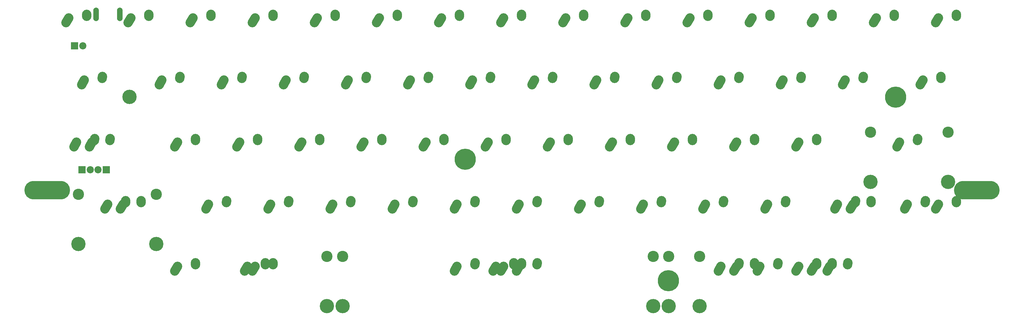
<source format=gts>
G04 #@! TF.FileFunction,Soldermask,Top*
%FSLAX46Y46*%
G04 Gerber Fmt 4.6, Leading zero omitted, Abs format (unit mm)*
G04 Created by KiCad (PCBNEW 4.0.5+dfsg1-4) date Wed May 24 11:15:47 2017*
%MOMM*%
%LPD*%
G01*
G04 APERTURE LIST*
%ADD10C,0.100000*%
%ADD11C,3.448000*%
%ADD12C,4.380200*%
%ADD13O,14.000000X5.600000*%
%ADD14C,4.400000*%
%ADD15C,6.500000*%
%ADD16R,2.200000X2.200000*%
%ADD17C,2.200000*%
%ADD18C,2.900000*%
%ADD19O,1.700000X4.200000*%
G04 APERTURE END LIST*
D10*
D11*
X100012500Y-157321250D03*
D12*
X100012500Y-172561250D03*
D11*
X76200000Y-157321250D03*
D12*
X76200000Y-172561250D03*
D13*
X66600000Y-156000000D03*
X351700000Y-156000000D03*
D14*
X91800000Y-127400000D03*
D15*
X326800000Y-127500000D03*
X257100000Y-183800000D03*
X194800000Y-146500000D03*
D16*
X75000000Y-111750000D03*
D17*
X77540000Y-111750000D03*
D16*
X77250000Y-149750000D03*
D17*
X79790000Y-149750000D03*
D16*
X84750000Y-149750000D03*
D17*
X82210000Y-149750000D03*
D18*
X75581703Y-141256296D02*
X74770797Y-142716204D01*
X81120974Y-140176922D02*
X81081526Y-140755578D01*
D19*
X81600000Y-102100000D03*
X88900000Y-102100000D03*
D18*
X297037953Y-179356296D02*
X296227047Y-180816204D01*
X302577224Y-178276922D02*
X302537776Y-178855578D01*
X306562953Y-179356296D02*
X305752047Y-180816204D01*
X312102224Y-178276922D02*
X312062776Y-178855578D01*
X320850453Y-103156296D02*
X320039547Y-104616204D01*
X326389724Y-102076922D02*
X326350276Y-102655578D01*
X73200453Y-103156296D02*
X72389547Y-104616204D01*
X78739724Y-102076922D02*
X78700276Y-102655578D01*
X111300453Y-103156296D02*
X110489547Y-104616204D01*
X116839724Y-102076922D02*
X116800276Y-102655578D01*
X130350453Y-103156296D02*
X129539547Y-104616204D01*
X135889724Y-102076922D02*
X135850276Y-102655578D01*
X149400453Y-103156296D02*
X148589547Y-104616204D01*
X154939724Y-102076922D02*
X154900276Y-102655578D01*
X168450453Y-103156296D02*
X167639547Y-104616204D01*
X173989724Y-102076922D02*
X173950276Y-102655578D01*
X187500453Y-103156296D02*
X186689547Y-104616204D01*
X193039724Y-102076922D02*
X193000276Y-102655578D01*
X206550453Y-103156296D02*
X205739547Y-104616204D01*
X212089724Y-102076922D02*
X212050276Y-102655578D01*
X225600453Y-103156296D02*
X224789547Y-104616204D01*
X231139724Y-102076922D02*
X231100276Y-102655578D01*
X244650453Y-103156296D02*
X243839547Y-104616204D01*
X250189724Y-102076922D02*
X250150276Y-102655578D01*
X263700453Y-103156296D02*
X262889547Y-104616204D01*
X269239724Y-102076922D02*
X269200276Y-102655578D01*
X282750453Y-103156296D02*
X281939547Y-104616204D01*
X288289724Y-102076922D02*
X288250276Y-102655578D01*
X301800453Y-103156296D02*
X300989547Y-104616204D01*
X307339724Y-102076922D02*
X307300276Y-102655578D01*
X101775453Y-122206296D02*
X100964547Y-123666204D01*
X107314724Y-121126922D02*
X107275276Y-121705578D01*
X120825453Y-122206296D02*
X120014547Y-123666204D01*
X126364724Y-121126922D02*
X126325276Y-121705578D01*
X139875453Y-122206296D02*
X139064547Y-123666204D01*
X145414724Y-121126922D02*
X145375276Y-121705578D01*
X158925453Y-122206296D02*
X158114547Y-123666204D01*
X164464724Y-121126922D02*
X164425276Y-121705578D01*
X177975453Y-122206296D02*
X177164547Y-123666204D01*
X183514724Y-121126922D02*
X183475276Y-121705578D01*
X197025453Y-122206296D02*
X196214547Y-123666204D01*
X202564724Y-121126922D02*
X202525276Y-121705578D01*
X216075453Y-122206296D02*
X215264547Y-123666204D01*
X221614724Y-121126922D02*
X221575276Y-121705578D01*
X235125453Y-122206296D02*
X234314547Y-123666204D01*
X240664724Y-121126922D02*
X240625276Y-121705578D01*
X254175453Y-122206296D02*
X253364547Y-123666204D01*
X259714724Y-121126922D02*
X259675276Y-121705578D01*
X273225453Y-122206296D02*
X272414547Y-123666204D01*
X278764724Y-121126922D02*
X278725276Y-121705578D01*
X292275453Y-122206296D02*
X291464547Y-123666204D01*
X297814724Y-121126922D02*
X297775276Y-121705578D01*
X311325453Y-122206296D02*
X310514547Y-123666204D01*
X316864724Y-121126922D02*
X316825276Y-121705578D01*
X106537953Y-141256296D02*
X105727047Y-142716204D01*
X112077224Y-140176922D02*
X112037776Y-140755578D01*
X125587953Y-141256296D02*
X124777047Y-142716204D01*
X131127224Y-140176922D02*
X131087776Y-140755578D01*
X144637953Y-141256296D02*
X143827047Y-142716204D01*
X150177224Y-140176922D02*
X150137776Y-140755578D01*
X163687953Y-141256296D02*
X162877047Y-142716204D01*
X169227224Y-140176922D02*
X169187776Y-140755578D01*
X182737953Y-141256296D02*
X181927047Y-142716204D01*
X188277224Y-140176922D02*
X188237776Y-140755578D01*
X201787953Y-141256296D02*
X200977047Y-142716204D01*
X207327224Y-140176922D02*
X207287776Y-140755578D01*
X220837953Y-141256296D02*
X220027047Y-142716204D01*
X226377224Y-140176922D02*
X226337776Y-140755578D01*
X239887953Y-141256296D02*
X239077047Y-142716204D01*
X245427224Y-140176922D02*
X245387776Y-140755578D01*
X258937953Y-141256296D02*
X258127047Y-142716204D01*
X264477224Y-140176922D02*
X264437776Y-140755578D01*
X277987953Y-141256296D02*
X277177047Y-142716204D01*
X283527224Y-140176922D02*
X283487776Y-140755578D01*
X297037953Y-141256296D02*
X296227047Y-142716204D01*
X302577224Y-140176922D02*
X302537776Y-140755578D01*
X116062953Y-160306296D02*
X115252047Y-161766204D01*
X121602224Y-159226922D02*
X121562776Y-159805578D01*
X135112953Y-160306296D02*
X134302047Y-161766204D01*
X140652224Y-159226922D02*
X140612776Y-159805578D01*
X154162953Y-160306296D02*
X153352047Y-161766204D01*
X159702224Y-159226922D02*
X159662776Y-159805578D01*
X173212953Y-160306296D02*
X172402047Y-161766204D01*
X178752224Y-159226922D02*
X178712776Y-159805578D01*
X192262953Y-160306296D02*
X191452047Y-161766204D01*
X197802224Y-159226922D02*
X197762776Y-159805578D01*
X211312953Y-160306296D02*
X210502047Y-161766204D01*
X216852224Y-159226922D02*
X216812776Y-159805578D01*
X230362953Y-160306296D02*
X229552047Y-161766204D01*
X235902224Y-159226922D02*
X235862776Y-159805578D01*
X249412953Y-160306296D02*
X248602047Y-161766204D01*
X254952224Y-159226922D02*
X254912776Y-159805578D01*
X268462953Y-160306296D02*
X267652047Y-161766204D01*
X274002224Y-159226922D02*
X273962776Y-159805578D01*
X287512953Y-160306296D02*
X286702047Y-161766204D01*
X293052224Y-159226922D02*
X293012776Y-159805578D01*
X330375453Y-160306296D02*
X329564547Y-161766204D01*
X335914724Y-159226922D02*
X335875276Y-159805578D01*
X106537953Y-179356296D02*
X105727047Y-180816204D01*
X112077224Y-178276922D02*
X112037776Y-178855578D01*
X301800453Y-179356296D02*
X300989547Y-180816204D01*
X307339724Y-178276922D02*
X307300276Y-178855578D01*
X339900453Y-103156296D02*
X339089547Y-104616204D01*
X345439724Y-102076922D02*
X345400276Y-102655578D01*
X92250453Y-103156296D02*
X91439547Y-104616204D01*
X97789724Y-102076922D02*
X97750276Y-102655578D01*
X80344203Y-141256296D02*
X79533297Y-142716204D01*
X85883474Y-140176922D02*
X85844026Y-140755578D01*
X89869203Y-160306296D02*
X89058297Y-161766204D01*
X95408474Y-159226922D02*
X95369026Y-159805578D01*
X308944203Y-160306296D02*
X308133297Y-161766204D01*
X314483474Y-159226922D02*
X314444026Y-159805578D01*
X285131703Y-179356296D02*
X284320797Y-180816204D01*
X290670974Y-178276922D02*
X290631526Y-178855578D01*
X127969203Y-179356296D02*
X127158297Y-180816204D01*
X133508474Y-178276922D02*
X133469026Y-178855578D01*
X77962953Y-122206296D02*
X77152047Y-123666204D01*
X83502224Y-121126922D02*
X83462776Y-121705578D01*
X130350453Y-179356296D02*
X129539547Y-180816204D01*
X135889724Y-178276922D02*
X135850276Y-178855578D01*
X277987953Y-179356296D02*
X277177047Y-180816204D01*
X283527224Y-178276922D02*
X283487776Y-178855578D01*
X335137953Y-122206296D02*
X334327047Y-123666204D01*
X340677224Y-121126922D02*
X340637776Y-121705578D01*
X273225453Y-179356296D02*
X272414547Y-180816204D01*
X278764724Y-178276922D02*
X278725276Y-178855578D01*
X211312953Y-179356296D02*
X210502047Y-180816204D01*
X216852224Y-178276922D02*
X216812776Y-178855578D01*
X206550453Y-179356296D02*
X205739547Y-180816204D01*
X212089724Y-178276922D02*
X212050276Y-178855578D01*
X204169203Y-179356296D02*
X203358297Y-180816204D01*
X209708474Y-178276922D02*
X209669026Y-178855578D01*
D11*
X342900000Y-138271250D03*
D12*
X342900000Y-153511250D03*
D11*
X157162500Y-176371250D03*
D12*
X157162500Y-191611250D03*
D11*
X257175000Y-176371250D03*
D12*
X257175000Y-191611250D03*
D11*
X152400000Y-176371250D03*
D12*
X152400000Y-191611250D03*
D11*
X266700000Y-176371250D03*
D12*
X266700000Y-191611250D03*
D11*
X252412500Y-176371250D03*
D12*
X252412500Y-191611250D03*
D11*
X319087500Y-138271250D03*
D12*
X319087500Y-153511250D03*
D18*
X327994203Y-141256296D02*
X327183297Y-142716204D01*
X333533474Y-140176922D02*
X333494026Y-140755578D01*
X85106703Y-160306296D02*
X84295797Y-161766204D01*
X90645974Y-159226922D02*
X90606526Y-159805578D01*
X339900453Y-160306296D02*
X339089547Y-161766204D01*
X345439724Y-159226922D02*
X345400276Y-159805578D01*
X313706703Y-160306296D02*
X312895797Y-161766204D01*
X319245974Y-159226922D02*
X319206526Y-159805578D01*
X192262953Y-179356296D02*
X191452047Y-180816204D01*
X197802224Y-178276922D02*
X197762776Y-178855578D01*
M02*

</source>
